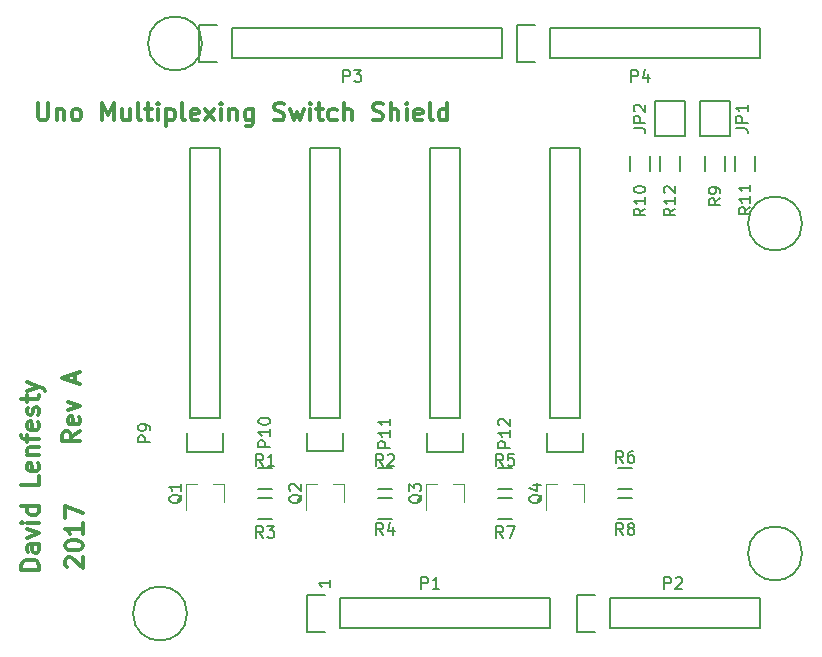
<source format=gbr>
G04 #@! TF.FileFunction,Legend,Top*
%FSLAX46Y46*%
G04 Gerber Fmt 4.6, Leading zero omitted, Abs format (unit mm)*
G04 Created by KiCad (PCBNEW 4.0.6-e0-6349~53~ubuntu16.04.1) date Thu Jul 27 14:37:32 2017*
%MOMM*%
%LPD*%
G01*
G04 APERTURE LIST*
%ADD10C,0.100000*%
%ADD11C,0.300000*%
%ADD12C,0.150000*%
%ADD13C,0.120000*%
G04 APERTURE END LIST*
D10*
D11*
X118153571Y-108390285D02*
X117439286Y-108890285D01*
X118153571Y-109247428D02*
X116653571Y-109247428D01*
X116653571Y-108676000D01*
X116725000Y-108533142D01*
X116796429Y-108461714D01*
X116939286Y-108390285D01*
X117153571Y-108390285D01*
X117296429Y-108461714D01*
X117367857Y-108533142D01*
X117439286Y-108676000D01*
X117439286Y-109247428D01*
X118082143Y-107176000D02*
X118153571Y-107318857D01*
X118153571Y-107604571D01*
X118082143Y-107747428D01*
X117939286Y-107818857D01*
X117367857Y-107818857D01*
X117225000Y-107747428D01*
X117153571Y-107604571D01*
X117153571Y-107318857D01*
X117225000Y-107176000D01*
X117367857Y-107104571D01*
X117510714Y-107104571D01*
X117653571Y-107818857D01*
X117153571Y-106604571D02*
X118153571Y-106247428D01*
X117153571Y-105890286D01*
X117725000Y-104247429D02*
X117725000Y-103533143D01*
X118153571Y-104390286D02*
X116653571Y-103890286D01*
X118153571Y-103390286D01*
X117050429Y-119919428D02*
X116979000Y-119847999D01*
X116907571Y-119705142D01*
X116907571Y-119347999D01*
X116979000Y-119205142D01*
X117050429Y-119133713D01*
X117193286Y-119062285D01*
X117336143Y-119062285D01*
X117550429Y-119133713D01*
X118407571Y-119990856D01*
X118407571Y-119062285D01*
X116907571Y-118133714D02*
X116907571Y-117990857D01*
X116979000Y-117848000D01*
X117050429Y-117776571D01*
X117193286Y-117705142D01*
X117479000Y-117633714D01*
X117836143Y-117633714D01*
X118121857Y-117705142D01*
X118264714Y-117776571D01*
X118336143Y-117848000D01*
X118407571Y-117990857D01*
X118407571Y-118133714D01*
X118336143Y-118276571D01*
X118264714Y-118348000D01*
X118121857Y-118419428D01*
X117836143Y-118490857D01*
X117479000Y-118490857D01*
X117193286Y-118419428D01*
X117050429Y-118348000D01*
X116979000Y-118276571D01*
X116907571Y-118133714D01*
X118407571Y-116205143D02*
X118407571Y-117062286D01*
X118407571Y-116633714D02*
X116907571Y-116633714D01*
X117121857Y-116776571D01*
X117264714Y-116919429D01*
X117336143Y-117062286D01*
X116907571Y-115705143D02*
X116907571Y-114705143D01*
X118407571Y-115348000D01*
X114724571Y-120125143D02*
X113224571Y-120125143D01*
X113224571Y-119768000D01*
X113296000Y-119553715D01*
X113438857Y-119410857D01*
X113581714Y-119339429D01*
X113867429Y-119268000D01*
X114081714Y-119268000D01*
X114367429Y-119339429D01*
X114510286Y-119410857D01*
X114653143Y-119553715D01*
X114724571Y-119768000D01*
X114724571Y-120125143D01*
X114724571Y-117982286D02*
X113938857Y-117982286D01*
X113796000Y-118053715D01*
X113724571Y-118196572D01*
X113724571Y-118482286D01*
X113796000Y-118625143D01*
X114653143Y-117982286D02*
X114724571Y-118125143D01*
X114724571Y-118482286D01*
X114653143Y-118625143D01*
X114510286Y-118696572D01*
X114367429Y-118696572D01*
X114224571Y-118625143D01*
X114153143Y-118482286D01*
X114153143Y-118125143D01*
X114081714Y-117982286D01*
X113724571Y-117410857D02*
X114724571Y-117053714D01*
X113724571Y-116696572D01*
X114724571Y-116125143D02*
X113724571Y-116125143D01*
X113224571Y-116125143D02*
X113296000Y-116196572D01*
X113367429Y-116125143D01*
X113296000Y-116053715D01*
X113224571Y-116125143D01*
X113367429Y-116125143D01*
X114724571Y-114768000D02*
X113224571Y-114768000D01*
X114653143Y-114768000D02*
X114724571Y-114910857D01*
X114724571Y-115196571D01*
X114653143Y-115339429D01*
X114581714Y-115410857D01*
X114438857Y-115482286D01*
X114010286Y-115482286D01*
X113867429Y-115410857D01*
X113796000Y-115339429D01*
X113724571Y-115196571D01*
X113724571Y-114910857D01*
X113796000Y-114768000D01*
X114724571Y-112196571D02*
X114724571Y-112910857D01*
X113224571Y-112910857D01*
X114653143Y-111125143D02*
X114724571Y-111268000D01*
X114724571Y-111553714D01*
X114653143Y-111696571D01*
X114510286Y-111768000D01*
X113938857Y-111768000D01*
X113796000Y-111696571D01*
X113724571Y-111553714D01*
X113724571Y-111268000D01*
X113796000Y-111125143D01*
X113938857Y-111053714D01*
X114081714Y-111053714D01*
X114224571Y-111768000D01*
X113724571Y-110410857D02*
X114724571Y-110410857D01*
X113867429Y-110410857D02*
X113796000Y-110339429D01*
X113724571Y-110196571D01*
X113724571Y-109982286D01*
X113796000Y-109839429D01*
X113938857Y-109768000D01*
X114724571Y-109768000D01*
X113724571Y-109268000D02*
X113724571Y-108696571D01*
X114724571Y-109053714D02*
X113438857Y-109053714D01*
X113296000Y-108982286D01*
X113224571Y-108839428D01*
X113224571Y-108696571D01*
X114653143Y-107625143D02*
X114724571Y-107768000D01*
X114724571Y-108053714D01*
X114653143Y-108196571D01*
X114510286Y-108268000D01*
X113938857Y-108268000D01*
X113796000Y-108196571D01*
X113724571Y-108053714D01*
X113724571Y-107768000D01*
X113796000Y-107625143D01*
X113938857Y-107553714D01*
X114081714Y-107553714D01*
X114224571Y-108268000D01*
X114653143Y-106982286D02*
X114724571Y-106839429D01*
X114724571Y-106553714D01*
X114653143Y-106410857D01*
X114510286Y-106339429D01*
X114438857Y-106339429D01*
X114296000Y-106410857D01*
X114224571Y-106553714D01*
X114224571Y-106768000D01*
X114153143Y-106910857D01*
X114010286Y-106982286D01*
X113938857Y-106982286D01*
X113796000Y-106910857D01*
X113724571Y-106768000D01*
X113724571Y-106553714D01*
X113796000Y-106410857D01*
X113724571Y-105910857D02*
X113724571Y-105339428D01*
X113224571Y-105696571D02*
X114510286Y-105696571D01*
X114653143Y-105625143D01*
X114724571Y-105482285D01*
X114724571Y-105339428D01*
X113724571Y-104982285D02*
X114724571Y-104625142D01*
X113724571Y-104268000D02*
X114724571Y-104625142D01*
X115081714Y-104768000D01*
X115153143Y-104839428D01*
X115224571Y-104982285D01*
X114631571Y-80585571D02*
X114631571Y-81799857D01*
X114702999Y-81942714D01*
X114774428Y-82014143D01*
X114917285Y-82085571D01*
X115202999Y-82085571D01*
X115345857Y-82014143D01*
X115417285Y-81942714D01*
X115488714Y-81799857D01*
X115488714Y-80585571D01*
X116203000Y-81085571D02*
X116203000Y-82085571D01*
X116203000Y-81228429D02*
X116274428Y-81157000D01*
X116417286Y-81085571D01*
X116631571Y-81085571D01*
X116774428Y-81157000D01*
X116845857Y-81299857D01*
X116845857Y-82085571D01*
X117774429Y-82085571D02*
X117631571Y-82014143D01*
X117560143Y-81942714D01*
X117488714Y-81799857D01*
X117488714Y-81371286D01*
X117560143Y-81228429D01*
X117631571Y-81157000D01*
X117774429Y-81085571D01*
X117988714Y-81085571D01*
X118131571Y-81157000D01*
X118203000Y-81228429D01*
X118274429Y-81371286D01*
X118274429Y-81799857D01*
X118203000Y-81942714D01*
X118131571Y-82014143D01*
X117988714Y-82085571D01*
X117774429Y-82085571D01*
X120060143Y-82085571D02*
X120060143Y-80585571D01*
X120560143Y-81657000D01*
X121060143Y-80585571D01*
X121060143Y-82085571D01*
X122417286Y-81085571D02*
X122417286Y-82085571D01*
X121774429Y-81085571D02*
X121774429Y-81871286D01*
X121845857Y-82014143D01*
X121988715Y-82085571D01*
X122203000Y-82085571D01*
X122345857Y-82014143D01*
X122417286Y-81942714D01*
X123345858Y-82085571D02*
X123203000Y-82014143D01*
X123131572Y-81871286D01*
X123131572Y-80585571D01*
X123703000Y-81085571D02*
X124274429Y-81085571D01*
X123917286Y-80585571D02*
X123917286Y-81871286D01*
X123988714Y-82014143D01*
X124131572Y-82085571D01*
X124274429Y-82085571D01*
X124774429Y-82085571D02*
X124774429Y-81085571D01*
X124774429Y-80585571D02*
X124703000Y-80657000D01*
X124774429Y-80728429D01*
X124845857Y-80657000D01*
X124774429Y-80585571D01*
X124774429Y-80728429D01*
X125488715Y-81085571D02*
X125488715Y-82585571D01*
X125488715Y-81157000D02*
X125631572Y-81085571D01*
X125917286Y-81085571D01*
X126060143Y-81157000D01*
X126131572Y-81228429D01*
X126203001Y-81371286D01*
X126203001Y-81799857D01*
X126131572Y-81942714D01*
X126060143Y-82014143D01*
X125917286Y-82085571D01*
X125631572Y-82085571D01*
X125488715Y-82014143D01*
X127060144Y-82085571D02*
X126917286Y-82014143D01*
X126845858Y-81871286D01*
X126845858Y-80585571D01*
X128203000Y-82014143D02*
X128060143Y-82085571D01*
X127774429Y-82085571D01*
X127631572Y-82014143D01*
X127560143Y-81871286D01*
X127560143Y-81299857D01*
X127631572Y-81157000D01*
X127774429Y-81085571D01*
X128060143Y-81085571D01*
X128203000Y-81157000D01*
X128274429Y-81299857D01*
X128274429Y-81442714D01*
X127560143Y-81585571D01*
X128774429Y-82085571D02*
X129560143Y-81085571D01*
X128774429Y-81085571D02*
X129560143Y-82085571D01*
X130131572Y-82085571D02*
X130131572Y-81085571D01*
X130131572Y-80585571D02*
X130060143Y-80657000D01*
X130131572Y-80728429D01*
X130203000Y-80657000D01*
X130131572Y-80585571D01*
X130131572Y-80728429D01*
X130845858Y-81085571D02*
X130845858Y-82085571D01*
X130845858Y-81228429D02*
X130917286Y-81157000D01*
X131060144Y-81085571D01*
X131274429Y-81085571D01*
X131417286Y-81157000D01*
X131488715Y-81299857D01*
X131488715Y-82085571D01*
X132845858Y-81085571D02*
X132845858Y-82299857D01*
X132774429Y-82442714D01*
X132703001Y-82514143D01*
X132560144Y-82585571D01*
X132345858Y-82585571D01*
X132203001Y-82514143D01*
X132845858Y-82014143D02*
X132703001Y-82085571D01*
X132417287Y-82085571D01*
X132274429Y-82014143D01*
X132203001Y-81942714D01*
X132131572Y-81799857D01*
X132131572Y-81371286D01*
X132203001Y-81228429D01*
X132274429Y-81157000D01*
X132417287Y-81085571D01*
X132703001Y-81085571D01*
X132845858Y-81157000D01*
X134631572Y-82014143D02*
X134845858Y-82085571D01*
X135203001Y-82085571D01*
X135345858Y-82014143D01*
X135417287Y-81942714D01*
X135488715Y-81799857D01*
X135488715Y-81657000D01*
X135417287Y-81514143D01*
X135345858Y-81442714D01*
X135203001Y-81371286D01*
X134917287Y-81299857D01*
X134774429Y-81228429D01*
X134703001Y-81157000D01*
X134631572Y-81014143D01*
X134631572Y-80871286D01*
X134703001Y-80728429D01*
X134774429Y-80657000D01*
X134917287Y-80585571D01*
X135274429Y-80585571D01*
X135488715Y-80657000D01*
X135988715Y-81085571D02*
X136274429Y-82085571D01*
X136560143Y-81371286D01*
X136845858Y-82085571D01*
X137131572Y-81085571D01*
X137703001Y-82085571D02*
X137703001Y-81085571D01*
X137703001Y-80585571D02*
X137631572Y-80657000D01*
X137703001Y-80728429D01*
X137774429Y-80657000D01*
X137703001Y-80585571D01*
X137703001Y-80728429D01*
X138203001Y-81085571D02*
X138774430Y-81085571D01*
X138417287Y-80585571D02*
X138417287Y-81871286D01*
X138488715Y-82014143D01*
X138631573Y-82085571D01*
X138774430Y-82085571D01*
X139917287Y-82014143D02*
X139774430Y-82085571D01*
X139488716Y-82085571D01*
X139345858Y-82014143D01*
X139274430Y-81942714D01*
X139203001Y-81799857D01*
X139203001Y-81371286D01*
X139274430Y-81228429D01*
X139345858Y-81157000D01*
X139488716Y-81085571D01*
X139774430Y-81085571D01*
X139917287Y-81157000D01*
X140560144Y-82085571D02*
X140560144Y-80585571D01*
X141203001Y-82085571D02*
X141203001Y-81299857D01*
X141131572Y-81157000D01*
X140988715Y-81085571D01*
X140774430Y-81085571D01*
X140631572Y-81157000D01*
X140560144Y-81228429D01*
X142988715Y-82014143D02*
X143203001Y-82085571D01*
X143560144Y-82085571D01*
X143703001Y-82014143D01*
X143774430Y-81942714D01*
X143845858Y-81799857D01*
X143845858Y-81657000D01*
X143774430Y-81514143D01*
X143703001Y-81442714D01*
X143560144Y-81371286D01*
X143274430Y-81299857D01*
X143131572Y-81228429D01*
X143060144Y-81157000D01*
X142988715Y-81014143D01*
X142988715Y-80871286D01*
X143060144Y-80728429D01*
X143131572Y-80657000D01*
X143274430Y-80585571D01*
X143631572Y-80585571D01*
X143845858Y-80657000D01*
X144488715Y-82085571D02*
X144488715Y-80585571D01*
X145131572Y-82085571D02*
X145131572Y-81299857D01*
X145060143Y-81157000D01*
X144917286Y-81085571D01*
X144703001Y-81085571D01*
X144560143Y-81157000D01*
X144488715Y-81228429D01*
X145845858Y-82085571D02*
X145845858Y-81085571D01*
X145845858Y-80585571D02*
X145774429Y-80657000D01*
X145845858Y-80728429D01*
X145917286Y-80657000D01*
X145845858Y-80585571D01*
X145845858Y-80728429D01*
X147131572Y-82014143D02*
X146988715Y-82085571D01*
X146703001Y-82085571D01*
X146560144Y-82014143D01*
X146488715Y-81871286D01*
X146488715Y-81299857D01*
X146560144Y-81157000D01*
X146703001Y-81085571D01*
X146988715Y-81085571D01*
X147131572Y-81157000D01*
X147203001Y-81299857D01*
X147203001Y-81442714D01*
X146488715Y-81585571D01*
X148060144Y-82085571D02*
X147917286Y-82014143D01*
X147845858Y-81871286D01*
X147845858Y-80585571D01*
X149274429Y-82085571D02*
X149274429Y-80585571D01*
X149274429Y-82014143D02*
X149131572Y-82085571D01*
X148845858Y-82085571D01*
X148703000Y-82014143D01*
X148631572Y-81942714D01*
X148560143Y-81799857D01*
X148560143Y-81371286D01*
X148631572Y-81228429D01*
X148703000Y-81157000D01*
X148845858Y-81085571D01*
X149131572Y-81085571D01*
X149274429Y-81157000D01*
D12*
X139390381Y-120999285D02*
X139390381Y-121570714D01*
X139390381Y-121285000D02*
X138390381Y-121285000D01*
X138533238Y-121380238D01*
X138628476Y-121475476D01*
X138676095Y-121570714D01*
X140208000Y-125095000D02*
X157988000Y-125095000D01*
X157988000Y-125095000D02*
X157988000Y-122555000D01*
X157988000Y-122555000D02*
X140208000Y-122555000D01*
X137388000Y-125375000D02*
X138938000Y-125375000D01*
X140208000Y-125095000D02*
X140208000Y-122555000D01*
X138938000Y-122275000D02*
X137388000Y-122275000D01*
X137388000Y-122275000D02*
X137388000Y-125375000D01*
X163068000Y-125095000D02*
X175768000Y-125095000D01*
X175768000Y-125095000D02*
X175768000Y-122555000D01*
X175768000Y-122555000D02*
X163068000Y-122555000D01*
X160248000Y-125375000D02*
X161798000Y-125375000D01*
X163068000Y-125095000D02*
X163068000Y-122555000D01*
X161798000Y-122275000D02*
X160248000Y-122275000D01*
X160248000Y-122275000D02*
X160248000Y-125375000D01*
X131064000Y-76835000D02*
X153924000Y-76835000D01*
X153924000Y-76835000D02*
X153924000Y-74295000D01*
X153924000Y-74295000D02*
X131064000Y-74295000D01*
X128244000Y-77115000D02*
X129794000Y-77115000D01*
X131064000Y-76835000D02*
X131064000Y-74295000D01*
X129794000Y-74015000D02*
X128244000Y-74015000D01*
X128244000Y-74015000D02*
X128244000Y-77115000D01*
X157988000Y-76835000D02*
X175768000Y-76835000D01*
X175768000Y-76835000D02*
X175768000Y-74295000D01*
X175768000Y-74295000D02*
X157988000Y-74295000D01*
X155168000Y-77115000D02*
X156718000Y-77115000D01*
X157988000Y-76835000D02*
X157988000Y-74295000D01*
X156718000Y-74015000D02*
X155168000Y-74015000D01*
X155168000Y-74015000D02*
X155168000Y-77115000D01*
X127254000Y-123825000D02*
G75*
G03X127254000Y-123825000I-2286000J0D01*
G01*
X179324000Y-118745000D02*
G75*
G03X179324000Y-118745000I-2286000J0D01*
G01*
X128524000Y-75565000D02*
G75*
G03X128524000Y-75565000I-2286000J0D01*
G01*
X179324000Y-90805000D02*
G75*
G03X179324000Y-90805000I-2286000J0D01*
G01*
X170858000Y-80415000D02*
X173258000Y-80415000D01*
X173258000Y-80415000D02*
X173258000Y-83415000D01*
X173258000Y-83415000D02*
X170658000Y-83415000D01*
X170658000Y-83415000D02*
X170658000Y-80415000D01*
X170658000Y-80415000D02*
X170858000Y-80415000D01*
X167048000Y-80415000D02*
X169448000Y-80415000D01*
X169448000Y-80415000D02*
X169448000Y-83415000D01*
X169448000Y-83415000D02*
X166848000Y-83415000D01*
X166848000Y-83415000D02*
X166848000Y-80415000D01*
X166848000Y-80415000D02*
X167048000Y-80415000D01*
X130048000Y-107315000D02*
X130048000Y-84455000D01*
X130048000Y-84455000D02*
X127508000Y-84455000D01*
X127508000Y-84455000D02*
X127508000Y-107315000D01*
X130328000Y-110135000D02*
X130328000Y-108585000D01*
X130048000Y-107315000D02*
X127508000Y-107315000D01*
X127228000Y-108585000D02*
X127228000Y-110135000D01*
X127228000Y-110135000D02*
X130328000Y-110135000D01*
X140208000Y-107255000D02*
X140208000Y-84395000D01*
X140208000Y-84395000D02*
X137668000Y-84395000D01*
X137668000Y-84395000D02*
X137668000Y-107255000D01*
X140488000Y-110075000D02*
X140488000Y-108525000D01*
X140208000Y-107255000D02*
X137668000Y-107255000D01*
X137388000Y-108525000D02*
X137388000Y-110075000D01*
X137388000Y-110075000D02*
X140488000Y-110075000D01*
X150368000Y-107315000D02*
X150368000Y-84455000D01*
X150368000Y-84455000D02*
X147828000Y-84455000D01*
X147828000Y-84455000D02*
X147828000Y-107315000D01*
X150648000Y-110135000D02*
X150648000Y-108585000D01*
X150368000Y-107315000D02*
X147828000Y-107315000D01*
X147548000Y-108585000D02*
X147548000Y-110135000D01*
X147548000Y-110135000D02*
X150648000Y-110135000D01*
X160528000Y-107315000D02*
X160528000Y-84455000D01*
X160528000Y-84455000D02*
X157988000Y-84455000D01*
X157988000Y-84455000D02*
X157988000Y-107315000D01*
X160808000Y-110135000D02*
X160808000Y-108585000D01*
X160528000Y-107315000D02*
X157988000Y-107315000D01*
X157708000Y-108585000D02*
X157708000Y-110135000D01*
X157708000Y-110135000D02*
X160808000Y-110135000D01*
D13*
X130358000Y-112905000D02*
X129428000Y-112905000D01*
X127198000Y-112905000D02*
X128128000Y-112905000D01*
X127198000Y-112905000D02*
X127198000Y-115065000D01*
X130358000Y-112905000D02*
X130358000Y-114365000D01*
X140518000Y-112905000D02*
X139588000Y-112905000D01*
X137358000Y-112905000D02*
X138288000Y-112905000D01*
X137358000Y-112905000D02*
X137358000Y-115065000D01*
X140518000Y-112905000D02*
X140518000Y-114365000D01*
X150678000Y-112905000D02*
X149748000Y-112905000D01*
X147518000Y-112905000D02*
X148448000Y-112905000D01*
X147518000Y-112905000D02*
X147518000Y-115065000D01*
X150678000Y-112905000D02*
X150678000Y-114365000D01*
X160838000Y-112905000D02*
X159908000Y-112905000D01*
X157678000Y-112905000D02*
X158608000Y-112905000D01*
X157678000Y-112905000D02*
X157678000Y-115065000D01*
X160838000Y-112905000D02*
X160838000Y-114365000D01*
D12*
X134458000Y-113270000D02*
X133258000Y-113270000D01*
X133258000Y-111520000D02*
X134458000Y-111520000D01*
X144618000Y-113270000D02*
X143418000Y-113270000D01*
X143418000Y-111520000D02*
X144618000Y-111520000D01*
X134458000Y-115810000D02*
X133258000Y-115810000D01*
X133258000Y-114060000D02*
X134458000Y-114060000D01*
X144618000Y-115810000D02*
X143418000Y-115810000D01*
X143418000Y-114060000D02*
X144618000Y-114060000D01*
X154778000Y-113270000D02*
X153578000Y-113270000D01*
X153578000Y-111520000D02*
X154778000Y-111520000D01*
X164938000Y-113270000D02*
X163738000Y-113270000D01*
X163738000Y-111520000D02*
X164938000Y-111520000D01*
X154778000Y-115810000D02*
X153578000Y-115810000D01*
X153578000Y-114060000D02*
X154778000Y-114060000D01*
X164938000Y-115810000D02*
X163738000Y-115810000D01*
X163738000Y-114060000D02*
X164938000Y-114060000D01*
X175373000Y-85125000D02*
X175373000Y-86325000D01*
X173623000Y-86325000D02*
X173623000Y-85125000D01*
X164733000Y-86325000D02*
X164733000Y-85125000D01*
X166483000Y-85125000D02*
X166483000Y-86325000D01*
X171083000Y-86325000D02*
X171083000Y-85125000D01*
X172833000Y-85125000D02*
X172833000Y-86325000D01*
X167273000Y-86325000D02*
X167273000Y-85125000D01*
X169023000Y-85125000D02*
X169023000Y-86325000D01*
X147089905Y-121737381D02*
X147089905Y-120737381D01*
X147470858Y-120737381D01*
X147566096Y-120785000D01*
X147613715Y-120832619D01*
X147661334Y-120927857D01*
X147661334Y-121070714D01*
X147613715Y-121165952D01*
X147566096Y-121213571D01*
X147470858Y-121261190D01*
X147089905Y-121261190D01*
X148613715Y-121737381D02*
X148042286Y-121737381D01*
X148328000Y-121737381D02*
X148328000Y-120737381D01*
X148232762Y-120880238D01*
X148137524Y-120975476D01*
X148042286Y-121023095D01*
X167663905Y-121737381D02*
X167663905Y-120737381D01*
X168044858Y-120737381D01*
X168140096Y-120785000D01*
X168187715Y-120832619D01*
X168235334Y-120927857D01*
X168235334Y-121070714D01*
X168187715Y-121165952D01*
X168140096Y-121213571D01*
X168044858Y-121261190D01*
X167663905Y-121261190D01*
X168616286Y-120832619D02*
X168663905Y-120785000D01*
X168759143Y-120737381D01*
X168997239Y-120737381D01*
X169092477Y-120785000D01*
X169140096Y-120832619D01*
X169187715Y-120927857D01*
X169187715Y-121023095D01*
X169140096Y-121165952D01*
X168568667Y-121737381D01*
X169187715Y-121737381D01*
X140485905Y-78811381D02*
X140485905Y-77811381D01*
X140866858Y-77811381D01*
X140962096Y-77859000D01*
X141009715Y-77906619D01*
X141057334Y-78001857D01*
X141057334Y-78144714D01*
X141009715Y-78239952D01*
X140962096Y-78287571D01*
X140866858Y-78335190D01*
X140485905Y-78335190D01*
X141390667Y-77811381D02*
X142009715Y-77811381D01*
X141676381Y-78192333D01*
X141819239Y-78192333D01*
X141914477Y-78239952D01*
X141962096Y-78287571D01*
X142009715Y-78382810D01*
X142009715Y-78620905D01*
X141962096Y-78716143D01*
X141914477Y-78763762D01*
X141819239Y-78811381D01*
X141533524Y-78811381D01*
X141438286Y-78763762D01*
X141390667Y-78716143D01*
X164869905Y-78811381D02*
X164869905Y-77811381D01*
X165250858Y-77811381D01*
X165346096Y-77859000D01*
X165393715Y-77906619D01*
X165441334Y-78001857D01*
X165441334Y-78144714D01*
X165393715Y-78239952D01*
X165346096Y-78287571D01*
X165250858Y-78335190D01*
X164869905Y-78335190D01*
X166298477Y-78144714D02*
X166298477Y-78811381D01*
X166060381Y-77763762D02*
X165822286Y-78478048D01*
X166441334Y-78478048D01*
X173710381Y-82748333D02*
X174424667Y-82748333D01*
X174567524Y-82795953D01*
X174662762Y-82891191D01*
X174710381Y-83034048D01*
X174710381Y-83129286D01*
X174710381Y-82272143D02*
X173710381Y-82272143D01*
X173710381Y-81891190D01*
X173758000Y-81795952D01*
X173805619Y-81748333D01*
X173900857Y-81700714D01*
X174043714Y-81700714D01*
X174138952Y-81748333D01*
X174186571Y-81795952D01*
X174234190Y-81891190D01*
X174234190Y-82272143D01*
X174710381Y-80748333D02*
X174710381Y-81319762D01*
X174710381Y-81034048D02*
X173710381Y-81034048D01*
X173853238Y-81129286D01*
X173948476Y-81224524D01*
X173996095Y-81319762D01*
X165060381Y-82748333D02*
X165774667Y-82748333D01*
X165917524Y-82795953D01*
X166012762Y-82891191D01*
X166060381Y-83034048D01*
X166060381Y-83129286D01*
X166060381Y-82272143D02*
X165060381Y-82272143D01*
X165060381Y-81891190D01*
X165108000Y-81795952D01*
X165155619Y-81748333D01*
X165250857Y-81700714D01*
X165393714Y-81700714D01*
X165488952Y-81748333D01*
X165536571Y-81795952D01*
X165584190Y-81891190D01*
X165584190Y-82272143D01*
X165155619Y-81319762D02*
X165108000Y-81272143D01*
X165060381Y-81176905D01*
X165060381Y-80938809D01*
X165108000Y-80843571D01*
X165155619Y-80795952D01*
X165250857Y-80748333D01*
X165346095Y-80748333D01*
X165488952Y-80795952D01*
X166060381Y-81367381D01*
X166060381Y-80748333D01*
X124130381Y-109323095D02*
X123130381Y-109323095D01*
X123130381Y-108942142D01*
X123178000Y-108846904D01*
X123225619Y-108799285D01*
X123320857Y-108751666D01*
X123463714Y-108751666D01*
X123558952Y-108799285D01*
X123606571Y-108846904D01*
X123654190Y-108942142D01*
X123654190Y-109323095D01*
X124130381Y-108275476D02*
X124130381Y-108085000D01*
X124082762Y-107989761D01*
X124035143Y-107942142D01*
X123892286Y-107846904D01*
X123701810Y-107799285D01*
X123320857Y-107799285D01*
X123225619Y-107846904D01*
X123178000Y-107894523D01*
X123130381Y-107989761D01*
X123130381Y-108180238D01*
X123178000Y-108275476D01*
X123225619Y-108323095D01*
X123320857Y-108370714D01*
X123558952Y-108370714D01*
X123654190Y-108323095D01*
X123701810Y-108275476D01*
X123749429Y-108180238D01*
X123749429Y-107989761D01*
X123701810Y-107894523D01*
X123654190Y-107846904D01*
X123558952Y-107799285D01*
X134290381Y-109739286D02*
X133290381Y-109739286D01*
X133290381Y-109358333D01*
X133338000Y-109263095D01*
X133385619Y-109215476D01*
X133480857Y-109167857D01*
X133623714Y-109167857D01*
X133718952Y-109215476D01*
X133766571Y-109263095D01*
X133814190Y-109358333D01*
X133814190Y-109739286D01*
X134290381Y-108215476D02*
X134290381Y-108786905D01*
X134290381Y-108501191D02*
X133290381Y-108501191D01*
X133433238Y-108596429D01*
X133528476Y-108691667D01*
X133576095Y-108786905D01*
X133290381Y-107596429D02*
X133290381Y-107501190D01*
X133338000Y-107405952D01*
X133385619Y-107358333D01*
X133480857Y-107310714D01*
X133671333Y-107263095D01*
X133909429Y-107263095D01*
X134099905Y-107310714D01*
X134195143Y-107358333D01*
X134242762Y-107405952D01*
X134290381Y-107501190D01*
X134290381Y-107596429D01*
X134242762Y-107691667D01*
X134195143Y-107739286D01*
X134099905Y-107786905D01*
X133909429Y-107834524D01*
X133671333Y-107834524D01*
X133480857Y-107786905D01*
X133385619Y-107739286D01*
X133338000Y-107691667D01*
X133290381Y-107596429D01*
X144450381Y-109799286D02*
X143450381Y-109799286D01*
X143450381Y-109418333D01*
X143498000Y-109323095D01*
X143545619Y-109275476D01*
X143640857Y-109227857D01*
X143783714Y-109227857D01*
X143878952Y-109275476D01*
X143926571Y-109323095D01*
X143974190Y-109418333D01*
X143974190Y-109799286D01*
X144450381Y-108275476D02*
X144450381Y-108846905D01*
X144450381Y-108561191D02*
X143450381Y-108561191D01*
X143593238Y-108656429D01*
X143688476Y-108751667D01*
X143736095Y-108846905D01*
X144450381Y-107323095D02*
X144450381Y-107894524D01*
X144450381Y-107608810D02*
X143450381Y-107608810D01*
X143593238Y-107704048D01*
X143688476Y-107799286D01*
X143736095Y-107894524D01*
X154610381Y-109799286D02*
X153610381Y-109799286D01*
X153610381Y-109418333D01*
X153658000Y-109323095D01*
X153705619Y-109275476D01*
X153800857Y-109227857D01*
X153943714Y-109227857D01*
X154038952Y-109275476D01*
X154086571Y-109323095D01*
X154134190Y-109418333D01*
X154134190Y-109799286D01*
X154610381Y-108275476D02*
X154610381Y-108846905D01*
X154610381Y-108561191D02*
X153610381Y-108561191D01*
X153753238Y-108656429D01*
X153848476Y-108751667D01*
X153896095Y-108846905D01*
X153705619Y-107894524D02*
X153658000Y-107846905D01*
X153610381Y-107751667D01*
X153610381Y-107513571D01*
X153658000Y-107418333D01*
X153705619Y-107370714D01*
X153800857Y-107323095D01*
X153896095Y-107323095D01*
X154038952Y-107370714D01*
X154610381Y-107942143D01*
X154610381Y-107323095D01*
X126825619Y-113760238D02*
X126778000Y-113855476D01*
X126682762Y-113950714D01*
X126539905Y-114093571D01*
X126492286Y-114188810D01*
X126492286Y-114284048D01*
X126730381Y-114236429D02*
X126682762Y-114331667D01*
X126587524Y-114426905D01*
X126397048Y-114474524D01*
X126063714Y-114474524D01*
X125873238Y-114426905D01*
X125778000Y-114331667D01*
X125730381Y-114236429D01*
X125730381Y-114045952D01*
X125778000Y-113950714D01*
X125873238Y-113855476D01*
X126063714Y-113807857D01*
X126397048Y-113807857D01*
X126587524Y-113855476D01*
X126682762Y-113950714D01*
X126730381Y-114045952D01*
X126730381Y-114236429D01*
X126730381Y-112855476D02*
X126730381Y-113426905D01*
X126730381Y-113141191D02*
X125730381Y-113141191D01*
X125873238Y-113236429D01*
X125968476Y-113331667D01*
X126016095Y-113426905D01*
X136985619Y-113760238D02*
X136938000Y-113855476D01*
X136842762Y-113950714D01*
X136699905Y-114093571D01*
X136652286Y-114188810D01*
X136652286Y-114284048D01*
X136890381Y-114236429D02*
X136842762Y-114331667D01*
X136747524Y-114426905D01*
X136557048Y-114474524D01*
X136223714Y-114474524D01*
X136033238Y-114426905D01*
X135938000Y-114331667D01*
X135890381Y-114236429D01*
X135890381Y-114045952D01*
X135938000Y-113950714D01*
X136033238Y-113855476D01*
X136223714Y-113807857D01*
X136557048Y-113807857D01*
X136747524Y-113855476D01*
X136842762Y-113950714D01*
X136890381Y-114045952D01*
X136890381Y-114236429D01*
X135985619Y-113426905D02*
X135938000Y-113379286D01*
X135890381Y-113284048D01*
X135890381Y-113045952D01*
X135938000Y-112950714D01*
X135985619Y-112903095D01*
X136080857Y-112855476D01*
X136176095Y-112855476D01*
X136318952Y-112903095D01*
X136890381Y-113474524D01*
X136890381Y-112855476D01*
X147145619Y-113760238D02*
X147098000Y-113855476D01*
X147002762Y-113950714D01*
X146859905Y-114093571D01*
X146812286Y-114188810D01*
X146812286Y-114284048D01*
X147050381Y-114236429D02*
X147002762Y-114331667D01*
X146907524Y-114426905D01*
X146717048Y-114474524D01*
X146383714Y-114474524D01*
X146193238Y-114426905D01*
X146098000Y-114331667D01*
X146050381Y-114236429D01*
X146050381Y-114045952D01*
X146098000Y-113950714D01*
X146193238Y-113855476D01*
X146383714Y-113807857D01*
X146717048Y-113807857D01*
X146907524Y-113855476D01*
X147002762Y-113950714D01*
X147050381Y-114045952D01*
X147050381Y-114236429D01*
X146050381Y-113474524D02*
X146050381Y-112855476D01*
X146431333Y-113188810D01*
X146431333Y-113045952D01*
X146478952Y-112950714D01*
X146526571Y-112903095D01*
X146621810Y-112855476D01*
X146859905Y-112855476D01*
X146955143Y-112903095D01*
X147002762Y-112950714D01*
X147050381Y-113045952D01*
X147050381Y-113331667D01*
X147002762Y-113426905D01*
X146955143Y-113474524D01*
X157305619Y-113760238D02*
X157258000Y-113855476D01*
X157162762Y-113950714D01*
X157019905Y-114093571D01*
X156972286Y-114188810D01*
X156972286Y-114284048D01*
X157210381Y-114236429D02*
X157162762Y-114331667D01*
X157067524Y-114426905D01*
X156877048Y-114474524D01*
X156543714Y-114474524D01*
X156353238Y-114426905D01*
X156258000Y-114331667D01*
X156210381Y-114236429D01*
X156210381Y-114045952D01*
X156258000Y-113950714D01*
X156353238Y-113855476D01*
X156543714Y-113807857D01*
X156877048Y-113807857D01*
X157067524Y-113855476D01*
X157162762Y-113950714D01*
X157210381Y-114045952D01*
X157210381Y-114236429D01*
X156543714Y-112950714D02*
X157210381Y-112950714D01*
X156162762Y-113188810D02*
X156877048Y-113426905D01*
X156877048Y-112807857D01*
X133691334Y-111323381D02*
X133358000Y-110847190D01*
X133119905Y-111323381D02*
X133119905Y-110323381D01*
X133500858Y-110323381D01*
X133596096Y-110371000D01*
X133643715Y-110418619D01*
X133691334Y-110513857D01*
X133691334Y-110656714D01*
X133643715Y-110751952D01*
X133596096Y-110799571D01*
X133500858Y-110847190D01*
X133119905Y-110847190D01*
X134643715Y-111323381D02*
X134072286Y-111323381D01*
X134358000Y-111323381D02*
X134358000Y-110323381D01*
X134262762Y-110466238D01*
X134167524Y-110561476D01*
X134072286Y-110609095D01*
X143851334Y-111323381D02*
X143518000Y-110847190D01*
X143279905Y-111323381D02*
X143279905Y-110323381D01*
X143660858Y-110323381D01*
X143756096Y-110371000D01*
X143803715Y-110418619D01*
X143851334Y-110513857D01*
X143851334Y-110656714D01*
X143803715Y-110751952D01*
X143756096Y-110799571D01*
X143660858Y-110847190D01*
X143279905Y-110847190D01*
X144232286Y-110418619D02*
X144279905Y-110371000D01*
X144375143Y-110323381D01*
X144613239Y-110323381D01*
X144708477Y-110371000D01*
X144756096Y-110418619D01*
X144803715Y-110513857D01*
X144803715Y-110609095D01*
X144756096Y-110751952D01*
X144184667Y-111323381D01*
X144803715Y-111323381D01*
X133691334Y-117419381D02*
X133358000Y-116943190D01*
X133119905Y-117419381D02*
X133119905Y-116419381D01*
X133500858Y-116419381D01*
X133596096Y-116467000D01*
X133643715Y-116514619D01*
X133691334Y-116609857D01*
X133691334Y-116752714D01*
X133643715Y-116847952D01*
X133596096Y-116895571D01*
X133500858Y-116943190D01*
X133119905Y-116943190D01*
X134024667Y-116419381D02*
X134643715Y-116419381D01*
X134310381Y-116800333D01*
X134453239Y-116800333D01*
X134548477Y-116847952D01*
X134596096Y-116895571D01*
X134643715Y-116990810D01*
X134643715Y-117228905D01*
X134596096Y-117324143D01*
X134548477Y-117371762D01*
X134453239Y-117419381D01*
X134167524Y-117419381D01*
X134072286Y-117371762D01*
X134024667Y-117324143D01*
X143851334Y-117165381D02*
X143518000Y-116689190D01*
X143279905Y-117165381D02*
X143279905Y-116165381D01*
X143660858Y-116165381D01*
X143756096Y-116213000D01*
X143803715Y-116260619D01*
X143851334Y-116355857D01*
X143851334Y-116498714D01*
X143803715Y-116593952D01*
X143756096Y-116641571D01*
X143660858Y-116689190D01*
X143279905Y-116689190D01*
X144708477Y-116498714D02*
X144708477Y-117165381D01*
X144470381Y-116117762D02*
X144232286Y-116832048D01*
X144851334Y-116832048D01*
X154011334Y-111323381D02*
X153678000Y-110847190D01*
X153439905Y-111323381D02*
X153439905Y-110323381D01*
X153820858Y-110323381D01*
X153916096Y-110371000D01*
X153963715Y-110418619D01*
X154011334Y-110513857D01*
X154011334Y-110656714D01*
X153963715Y-110751952D01*
X153916096Y-110799571D01*
X153820858Y-110847190D01*
X153439905Y-110847190D01*
X154916096Y-110323381D02*
X154439905Y-110323381D01*
X154392286Y-110799571D01*
X154439905Y-110751952D01*
X154535143Y-110704333D01*
X154773239Y-110704333D01*
X154868477Y-110751952D01*
X154916096Y-110799571D01*
X154963715Y-110894810D01*
X154963715Y-111132905D01*
X154916096Y-111228143D01*
X154868477Y-111275762D01*
X154773239Y-111323381D01*
X154535143Y-111323381D01*
X154439905Y-111275762D01*
X154392286Y-111228143D01*
X164171334Y-111069381D02*
X163838000Y-110593190D01*
X163599905Y-111069381D02*
X163599905Y-110069381D01*
X163980858Y-110069381D01*
X164076096Y-110117000D01*
X164123715Y-110164619D01*
X164171334Y-110259857D01*
X164171334Y-110402714D01*
X164123715Y-110497952D01*
X164076096Y-110545571D01*
X163980858Y-110593190D01*
X163599905Y-110593190D01*
X165028477Y-110069381D02*
X164838000Y-110069381D01*
X164742762Y-110117000D01*
X164695143Y-110164619D01*
X164599905Y-110307476D01*
X164552286Y-110497952D01*
X164552286Y-110878905D01*
X164599905Y-110974143D01*
X164647524Y-111021762D01*
X164742762Y-111069381D01*
X164933239Y-111069381D01*
X165028477Y-111021762D01*
X165076096Y-110974143D01*
X165123715Y-110878905D01*
X165123715Y-110640810D01*
X165076096Y-110545571D01*
X165028477Y-110497952D01*
X164933239Y-110450333D01*
X164742762Y-110450333D01*
X164647524Y-110497952D01*
X164599905Y-110545571D01*
X164552286Y-110640810D01*
X154011334Y-117419381D02*
X153678000Y-116943190D01*
X153439905Y-117419381D02*
X153439905Y-116419381D01*
X153820858Y-116419381D01*
X153916096Y-116467000D01*
X153963715Y-116514619D01*
X154011334Y-116609857D01*
X154011334Y-116752714D01*
X153963715Y-116847952D01*
X153916096Y-116895571D01*
X153820858Y-116943190D01*
X153439905Y-116943190D01*
X154344667Y-116419381D02*
X155011334Y-116419381D01*
X154582762Y-117419381D01*
X164171334Y-117165381D02*
X163838000Y-116689190D01*
X163599905Y-117165381D02*
X163599905Y-116165381D01*
X163980858Y-116165381D01*
X164076096Y-116213000D01*
X164123715Y-116260619D01*
X164171334Y-116355857D01*
X164171334Y-116498714D01*
X164123715Y-116593952D01*
X164076096Y-116641571D01*
X163980858Y-116689190D01*
X163599905Y-116689190D01*
X164742762Y-116593952D02*
X164647524Y-116546333D01*
X164599905Y-116498714D01*
X164552286Y-116403476D01*
X164552286Y-116355857D01*
X164599905Y-116260619D01*
X164647524Y-116213000D01*
X164742762Y-116165381D01*
X164933239Y-116165381D01*
X165028477Y-116213000D01*
X165076096Y-116260619D01*
X165123715Y-116355857D01*
X165123715Y-116403476D01*
X165076096Y-116498714D01*
X165028477Y-116546333D01*
X164933239Y-116593952D01*
X164742762Y-116593952D01*
X164647524Y-116641571D01*
X164599905Y-116689190D01*
X164552286Y-116784429D01*
X164552286Y-116974905D01*
X164599905Y-117070143D01*
X164647524Y-117117762D01*
X164742762Y-117165381D01*
X164933239Y-117165381D01*
X165028477Y-117117762D01*
X165076096Y-117070143D01*
X165123715Y-116974905D01*
X165123715Y-116784429D01*
X165076096Y-116689190D01*
X165028477Y-116641571D01*
X164933239Y-116593952D01*
X172410381Y-88685666D02*
X171934190Y-89019000D01*
X172410381Y-89257095D02*
X171410381Y-89257095D01*
X171410381Y-88876142D01*
X171458000Y-88780904D01*
X171505619Y-88733285D01*
X171600857Y-88685666D01*
X171743714Y-88685666D01*
X171838952Y-88733285D01*
X171886571Y-88780904D01*
X171934190Y-88876142D01*
X171934190Y-89257095D01*
X172410381Y-88209476D02*
X172410381Y-88019000D01*
X172362762Y-87923761D01*
X172315143Y-87876142D01*
X172172286Y-87780904D01*
X171981810Y-87733285D01*
X171600857Y-87733285D01*
X171505619Y-87780904D01*
X171458000Y-87828523D01*
X171410381Y-87923761D01*
X171410381Y-88114238D01*
X171458000Y-88209476D01*
X171505619Y-88257095D01*
X171600857Y-88304714D01*
X171838952Y-88304714D01*
X171934190Y-88257095D01*
X171981810Y-88209476D01*
X172029429Y-88114238D01*
X172029429Y-87923761D01*
X171981810Y-87828523D01*
X171934190Y-87780904D01*
X171838952Y-87733285D01*
X166060381Y-89542857D02*
X165584190Y-89876191D01*
X166060381Y-90114286D02*
X165060381Y-90114286D01*
X165060381Y-89733333D01*
X165108000Y-89638095D01*
X165155619Y-89590476D01*
X165250857Y-89542857D01*
X165393714Y-89542857D01*
X165488952Y-89590476D01*
X165536571Y-89638095D01*
X165584190Y-89733333D01*
X165584190Y-90114286D01*
X166060381Y-88590476D02*
X166060381Y-89161905D01*
X166060381Y-88876191D02*
X165060381Y-88876191D01*
X165203238Y-88971429D01*
X165298476Y-89066667D01*
X165346095Y-89161905D01*
X165060381Y-87971429D02*
X165060381Y-87876190D01*
X165108000Y-87780952D01*
X165155619Y-87733333D01*
X165250857Y-87685714D01*
X165441333Y-87638095D01*
X165679429Y-87638095D01*
X165869905Y-87685714D01*
X165965143Y-87733333D01*
X166012762Y-87780952D01*
X166060381Y-87876190D01*
X166060381Y-87971429D01*
X166012762Y-88066667D01*
X165965143Y-88114286D01*
X165869905Y-88161905D01*
X165679429Y-88209524D01*
X165441333Y-88209524D01*
X165250857Y-88161905D01*
X165155619Y-88114286D01*
X165108000Y-88066667D01*
X165060381Y-87971429D01*
X174950381Y-89415857D02*
X174474190Y-89749191D01*
X174950381Y-89987286D02*
X173950381Y-89987286D01*
X173950381Y-89606333D01*
X173998000Y-89511095D01*
X174045619Y-89463476D01*
X174140857Y-89415857D01*
X174283714Y-89415857D01*
X174378952Y-89463476D01*
X174426571Y-89511095D01*
X174474190Y-89606333D01*
X174474190Y-89987286D01*
X174950381Y-88463476D02*
X174950381Y-89034905D01*
X174950381Y-88749191D02*
X173950381Y-88749191D01*
X174093238Y-88844429D01*
X174188476Y-88939667D01*
X174236095Y-89034905D01*
X174950381Y-87511095D02*
X174950381Y-88082524D01*
X174950381Y-87796810D02*
X173950381Y-87796810D01*
X174093238Y-87892048D01*
X174188476Y-87987286D01*
X174236095Y-88082524D01*
X168600381Y-89542857D02*
X168124190Y-89876191D01*
X168600381Y-90114286D02*
X167600381Y-90114286D01*
X167600381Y-89733333D01*
X167648000Y-89638095D01*
X167695619Y-89590476D01*
X167790857Y-89542857D01*
X167933714Y-89542857D01*
X168028952Y-89590476D01*
X168076571Y-89638095D01*
X168124190Y-89733333D01*
X168124190Y-90114286D01*
X168600381Y-88590476D02*
X168600381Y-89161905D01*
X168600381Y-88876191D02*
X167600381Y-88876191D01*
X167743238Y-88971429D01*
X167838476Y-89066667D01*
X167886095Y-89161905D01*
X167695619Y-88209524D02*
X167648000Y-88161905D01*
X167600381Y-88066667D01*
X167600381Y-87828571D01*
X167648000Y-87733333D01*
X167695619Y-87685714D01*
X167790857Y-87638095D01*
X167886095Y-87638095D01*
X168028952Y-87685714D01*
X168600381Y-88257143D01*
X168600381Y-87638095D01*
M02*

</source>
